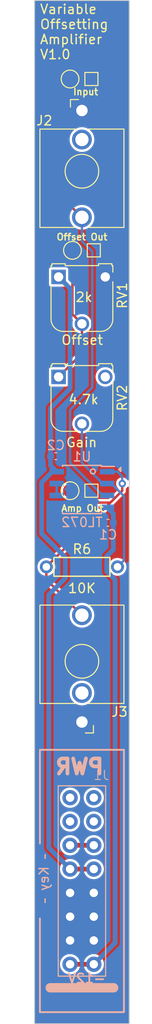
<source format=kicad_pcb>
(kicad_pcb (version 20221018) (generator pcbnew)
  (layers (0 "F.Cu" signal) (31 "B.Cu" signal) (34 "B.Paste" user) (35 "F.Paste" user) (36 "B.SilkS" user "B.Silkscreen") (37 "F.SilkS" user "F.Silkscreen") (38 "B.Mask" user) (39 "F.Mask" user) (44 "Edge.Cuts" user))
  (net 0 "")
  (net 1 "GND")
  (net 2 "-12V")
  (net 3 "+12V")
  (net 6 "+5V")
  (net 11 "Net-(U1A--)")
  (net 13 "Net-(U1B--)")
  (net 14 "3.3V_Out")
  (net 15 "Amp_Out")
  (net 16 "V_Div_Out")
  (footprint "TestPoint:TestPoint_Pad_1.0x1.0mm" (layer "F.Cu") (at 56.896 77.724)
    (fp_text reference "J7" hide)
    (fp_text value "debug_pin_GND")
    (fp_line (start -0.7 -0.7) (end 0.7 -0.7) (stroke (width 0.12)) (layer "F.SilkS"))
    (fp_line (start -0.7 0.7) (end -0.7 -0.7) (stroke (width 0.12)) (layer "F.SilkS"))
    (fp_line (start 0.7 -0.7) (end 0.7 0.7) (stroke (width 0.12)) (layer "F.SilkS"))
    (fp_line (start 0.7 0.7) (end -0.7 0.7) (stroke (width 0.12)) (layer "F.SilkS"))
    (pad "1" smd rect (at 0 0) (size 1 1) (layers "F.Cu" "F.Mask") (net 1 "GND"))
  )
  (footprint "Connector_Audio:Jack_3.5mm_QingPu_WQP-PJ398SM_Vertical_CircularHoles" (layer "F.Cu") (at 55.88 37.146)
    (fp_text reference "J2" (at -4.03 1.08 180) (layer "F.SilkS"))
    (fp_text value "IN")
    (fp_line (start -4.5 1.98) (end -4.5 12.48) (stroke (width 0.12)) (layer "F.SilkS"))
    (fp_line (start -1.23 -1.17) (end -1.23 -0.37) (stroke (width 0.12)) (layer "F.SilkS"))
    (fp_line (start -1.23 -1.17) (end -0.37 -1.17) (stroke (width 0.12)) (layer "F.SilkS"))
    (fp_line (start -0.8 12.48) (end -4.5 12.48) (stroke (width 0.12)) (layer "F.SilkS"))
    (fp_line (start -0.72 1.98) (end -4.5 1.98) (stroke (width 0.12)) (layer "F.SilkS"))
    (fp_line (start 4.5 1.98) (end 0.72 1.98) (stroke (width 0.12)) (layer "F.SilkS"))
    (fp_line (start 4.5 1.98) (end 4.5 12.48) (stroke (width 0.12)) (layer "F.SilkS"))
    (fp_line (start 4.5 12.48) (end 0.8 12.48) (stroke (width 0.12)) (layer "F.SilkS"))
    (fp_circle (center 0 6.48) (end 1.8 6.48) (stroke (width 0.12)) (fill none) (layer "F.SilkS"))
    (pad "S" thru_hole rect (at 0 0 180) (size 1.93 1.83) (drill 1.22) (layers "*.Cu" "*.Mask") (net 1 "GND"))
    (pad "T" thru_hole circle (at 0 11.4 180) (size 2.13 2.13) (drill 1.43) (layers "*.Cu" "*.Mask") (net 14 "3.3V_Out"))
    (pad "TN" thru_hole circle (at 0 3.1 180) (size 2.13 2.13) (drill 1.42) (layers "*.Cu" "*.Mask"))
    (zone (net 0) (net_name "") (layer "F.Cu") (connect_pads (clearance 0)) (min_thickness 0.254)
      (keepout (tracks not_allowed) (vias not_allowed) (pads not_allowed) (copperpour not_allowed) (footprints not_allowed))
      (fill (thermal_gap 0.508) (thermal_bridge_width 0.508))
      (polygon (pts (xy 57.385141 43.626) (xy 57.36493 43.380171) (xy 57.304841 43.140945) (xy 57.206486 42.914744) (xy 57.072508 42.707645) (xy 56.906504 42.52521) (xy 56.712932 42.372336) (xy 56.496992 42.253131) (xy 56.264482 42.170794) (xy 56.021646 42.127539) (xy 55.775007 42.124525) (xy 55.531187 42.161835) (xy 55.296734 42.238466) (xy 55.077946 42.35236) (xy 54.880697 42.500458) (xy 54.710286 42.678784) (xy 54.571288 42.882548) (xy 54.467436 43.106278) (xy 54.401519 43.343965) (xy 54.375308 43.589226) (xy 54.389507 43.835475) (xy 54.443734 44.076099) (xy 54.536532 44.304634) (xy 54.665411 44.514945) (xy 54.826908 44.701382) (xy 55.016687 44.858939) (xy 55.22965 44.983385) (xy 55.460079 45.071377) (xy 55.701785 45.120553) (xy 55.948278 45.129592) (xy 56.192936 45.09825) (xy 56.429191 45.02737) (xy 56.650697 44.918856) (xy 56.851505 44.775621) (xy 57.026223 44.601512) (xy 57.170158 44.401205) (xy 57.279445 44.180079) (xy 57.351149 43.944074) (xy 57.383344 43.699526)))
    )
  )
  (footprint "Connector_Audio:Jack_3.5mm_QingPu_WQP-PJ398SM_Vertical_CircularHoles" (layer "F.Cu") (at 55.88 102.414 180)
    (fp_text reference "J3" (at -4.03 1.08) (layer "F.SilkS"))
    (fp_text value "OUT")
    (fp_line (start -4.5 1.98) (end -4.5 12.48) (stroke (width 0.12)) (layer "F.SilkS"))
    (fp_line (start -1.23 -1.17) (end -1.23 -0.37) (stroke (width 0.12)) (layer "F.SilkS"))
    (fp_line (start -1.23 -1.17) (end -0.37 -1.17) (stroke (width 0.12)) (layer "F.SilkS"))
    (fp_line (start -0.8 12.48) (end -4.5 12.48) (stroke (width 0.12)) (layer "F.SilkS"))
    (fp_line (start -0.72 1.98) (end -4.5 1.98) (stroke (width 0.12)) (layer "F.SilkS"))
    (fp_line (start 4.5 1.98) (end 0.72 1.98) (stroke (width 0.12)) (layer "F.SilkS"))
    (fp_line (start 4.5 1.98) (end 4.5 12.48) (stroke (width 0.12)) (layer "F.SilkS"))
    (fp_line (start 4.5 12.48) (end 0.8 12.48) (stroke (width 0.12)) (layer "F.SilkS"))
    (fp_circle (center 0 6.48) (end 1.8 6.48) (stroke (width 0.12)) (fill none) (layer "F.SilkS"))
    (pad "S" thru_hole rect (at 0 0) (size 1.93 1.83) (drill 1.22) (layers "*.Cu" "*.Mask") (net 1 "GND"))
    (pad "T" thru_hole circle (at 0 11.4) (size 2.13 2.13) (drill 1.43) (layers "*.Cu" "*.Mask") (net 15 "Amp_Out"))
    (pad "TN" thru_hole circle (at 0 3.1) (size 2.13 2.13) (drill 1.42) (layers "*.Cu" "*.Mask"))
    (zone (net 0) (net_name "") (layer "F.Cu") (connect_pads (clearance 0)) (min_thickness 0.254)
      (keepout (tracks not_allowed) (vias not_allowed) (pads not_allowed) (copperpour not_allowed) (footprints not_allowed))
      (fill (thermal_gap 0.508) (thermal_bridge_width 0.508))
      (polygon (pts (xy 54.374859 95.934) (xy 54.39507 96.179829) (xy 54.455159 96.419055) (xy 54.553514 96.645256) (xy 54.687492 96.852355) (xy 54.853496 97.03479) (xy 55.047068 97.187664) (xy 55.263008 97.306869) (xy 55.495518 97.389206) (xy 55.738354 97.432461) (xy 55.984993 97.435475) (xy 56.228813 97.398165) (xy 56.463266 97.321534) (xy 56.682054 97.20764) (xy 56.879303 97.059542) (xy 57.049714 96.881216) (xy 57.188712 96.677452) (xy 57.292564 96.453722) (xy 57.358481 96.216035) (xy 57.384692 95.970774) (xy 57.370493 95.724525) (xy 57.316266 95.483901) (xy 57.223468 95.255366) (xy 57.094589 95.045055) (xy 56.933092 94.858618) (xy 56.743313 94.701061) (xy 56.53035 94.576615) (xy 56.299921 94.488623) (xy 56.058215 94.439447) (xy 55.811722 94.430408) (xy 55.567064 94.46175) (xy 55.330809 94.53263) (xy 55.109303 94.641144) (xy 54.908495 94.784379) (xy 54.733777 94.958488) (xy 54.589842 95.158795) (xy 54.480555 95.379921) (xy 54.408851 95.615926) (xy 54.376656 95.860474)))
    )
  )
  (footprint "TestPoint:TestPoint_Pad_1.0x1.0mm" (layer "F.Cu") (at 56.896 33.782)
    (fp_text reference "J9" hide)
    (fp_text value "debug_pin_GND")
    (fp_line (start -0.7 -0.7) (end 0.7 -0.7) (stroke (width 0.12)) (layer "F.SilkS"))
    (fp_line (start -0.7 0.7) (end -0.7 -0.7) (stroke (width 0.12)) (layer "F.SilkS"))
    (fp_line (start 0.7 -0.7) (end 0.7 0.7) (stroke (width 0.12)) (layer "F.SilkS"))
    (fp_line (start 0.7 0.7) (end -0.7 0.7) (stroke (width 0.12)) (layer "F.SilkS"))
    (pad "1" smd rect (at 0 0) (size 1 1) (layers "F.Cu" "F.Mask") (net 1 "GND"))
  )
  (footprint "TestPoint:TestPoint_Pad_D1.5mm" (layer "F.Cu") (at 54.61 77.724)
    (fp_text reference "J6" hide)
    (fp_text value "Debug_pin_Amp_Out")
    (fp_circle (center 0 0) (end 0 0.95) (stroke (width 0.12)) (fill none) (layer "F.SilkS"))
    (pad "1" smd circle (at 0 0) (size 1.5 1.5) (layers "F.Cu" "F.Mask") (net 15 "Amp_Out"))
  )
  (footprint "TestPoint:TestPoint_Pad_1.0x1.0mm" (layer "F.Cu") (at 57.15 52.07 90)
    (fp_text reference "J5" hide)
    (fp_text value "debug_pin_GND")
    (fp_line (start -0.7 -0.7) (end 0.7 -0.7) (stroke (width 0.12)) (layer "F.SilkS"))
    (fp_line (start -0.7 0.7) (end -0.7 -0.7) (stroke (width 0.12)) (layer "F.SilkS"))
    (fp_line (start 0.7 -0.7) (end 0.7 0.7) (stroke (width 0.12)) (layer "F.SilkS"))
    (fp_line (start 0.7 0.7) (end -0.7 0.7) (stroke (width 0.12)) (layer "F.SilkS"))
    (pad "1" smd rect (at 0 0 90) (size 1 1) (layers "F.Cu" "F.Mask") (net 1 "GND"))
  )
  (footprint "TestPoint:TestPoint_Pad_D1.5mm" (layer "F.Cu") (at 54.864 52.07 90)
    (fp_text reference "J4" hide)
    (fp_text value "debug_pin_V_DIV_Out")
    (fp_circle (center 0 0) (end 0 0.95) (stroke (width 0.12)) (fill none) (layer "F.SilkS"))
    (pad "1" smd circle (at 0 0 90) (size 1.5 1.5) (layers "F.Cu" "F.Mask") (net 16 "V_Div_Out"))
  )
  (footprint "PCM_4ms_Resistor:R_Axial_DIN0207_L6.3mm_D2.5mm_P7.62mm_Horizontal" (layer "F.Cu") (at 55.88 85.852 180)
    (fp_text reference "R6" (at 0 1.89) (layer "F.SilkS") (effects (font (size 1.016 1.016) (thickness 0.1524))))
    (fp_text value "10K" (at 0 -2.286) (layer "F.SilkS") (effects (font (size 1.016 1.016) (thickness 0.1524))))
    (fp_line (start -3 -1) (end -3 1) (stroke (width 0.15)) (layer "F.SilkS"))
    (fp_line (start -3 1) (end 3 1) (stroke (width 0.15)) (layer "F.SilkS"))
    (fp_line (start 3 -1) (end -3 -1) (stroke (width 0.15)) (layer "F.SilkS"))
    (fp_line (start 3 1) (end 3 -1) (stroke (width 0.15)) (layer "F.SilkS"))
    (pad "1" thru_hole circle (at -3.81 0 180) (size 1.397 1.397) (drill 0.8128) (layers "*.Cu" "*.Mask") (net 11 "Net-(U1A--)"))
    (pad "2" thru_hole circle (at 3.81 0 180) (size 1.397 1.397) (drill 0.8128) (layers "*.Cu" "*.Mask") (net 15 "Amp_Out"))
  )
  (footprint "Potentiometer_THT:Potentiometer_Runtron_RM-065_Vertical" (layer "F.Cu") (at 53.38 54.91)
    (fp_text reference "RV1" (at 6.818 1.986 90) (layer "F.SilkS"))
    (fp_text value "2K")
    (fp_line (start -0.81 -1.21) (end -0.81 -0.96) (stroke (width 0.12)) (layer "F.SilkS"))
    (fp_line (start -0.81 4.5) (end -0.81 0.96) (stroke (width 0.12)) (layer "F.SilkS"))
    (fp_line (start -0.71 -1.41) (end -0.71 -1.21) (stroke (width 0.12)) (layer "F.SilkS"))
    (fp_line (start -0.71 -1.41) (end 0.71 -1.41) (stroke (width 0.12)) (layer "F.SilkS"))
    (fp_line (start -0.71 -1.21) (end -0.81 -1.21) (stroke (width 0.12)) (layer "F.SilkS"))
    (fp_line (start 0.71 -1.21) (end 0.71 -1.41) (stroke (width 0.12)) (layer "F.SilkS"))
    (fp_line (start 0.71 -1.21) (end 4.29 -1.21) (stroke (width 0.12)) (layer "F.SilkS"))
    (fp_line (start 1.99 5.81) (end 0.5 5.81) (stroke (width 0.12)) (layer "F.SilkS"))
    (fp_line (start 4.29 -1.41) (end 5.71 -1.41) (stroke (width 0.12)) (layer "F.SilkS"))
    (fp_line (start 4.29 -1.21) (end 4.29 -1.41) (stroke (width 0.12)) (layer "F.SilkS"))
    (fp_line (start 4.5 5.81) (end 3.01 5.81) (stroke (width 0.12)) (layer "F.SilkS"))
    (fp_line (start 5.71 -1.41) (end 5.71 -1.21) (stroke (width 0.12)) (layer "F.SilkS"))
    (fp_line (start 5.71 -1.21) (end 5.81 -1.21) (stroke (width 0.12)) (layer "F.SilkS"))
    (fp_line (start 5.81 -1.21) (end 5.81 -0.52) (stroke (width 0.12)) (layer "F.SilkS"))
    (fp_line (start 5.81 0.52) (end 5.81 4.5) (stroke (width 0.12)) (layer "F.SilkS"))
    (fp_arc (start 0.5 5.81) (mid -0.42631 5.42631) (end -0.81 4.5) (stroke (width 0.12)) (layer "F.SilkS"))
    (fp_arc (start 5.81 4.5) (mid 5.42631 5.42631) (end 4.5 5.81) (stroke (width 0.12)) (layer "F.SilkS"))
    (pad "1" thru_hole rect (at 0 0) (size 1.56 1.56) (drill 1) (layers "*.Cu" "*.Mask") (net 3 "+12V"))
    (pad "2" thru_hole circle (at 2.5 5) (size 1.56 1.56) (drill 1) (layers "*.Cu" "*.Mask") (net 16 "V_Div_Out"))
    (pad "3" thru_hole circle (at 5 0) (size 1.56 1.56) (drill 1) (layers "*.Cu" "*.Mask") (net 1 "GND"))
  )
  (footprint "TestPoint:TestPoint_Pad_D1.5mm" (layer "F.Cu") (at 54.61 33.782)
    (fp_text reference "J8" hide)
    (fp_text value "debug_pin_3.3V_Out")
    (fp_circle (center 0 0) (end 0 0.95) (stroke (width 0.12)) (fill none) (layer "F.SilkS"))
    (pad "1" smd circle (at 0 0) (size 1.5 1.5) (layers "F.Cu" "F.Mask") (net 14 "3.3V_Out"))
  )
  (footprint "Potentiometer_THT:Potentiometer_Runtron_RM-065_Vertical" (layer "F.Cu") (at 53.38 65.578)
    (fp_text reference "RV2" (at 6.818 2.24 90) (layer "F.SilkS"))
    (fp_text value "4.7K")
    (fp_line (start -0.81 -1.21) (end -0.81 -0.96) (stroke (width 0.12)) (layer "F.SilkS"))
    (fp_line (start -0.81 4.5) (end -0.81 0.96) (stroke (width 0.12)) (layer "F.SilkS"))
    (fp_line (start -0.71 -1.41) (end -0.71 -1.21) (stroke (width 0.12)) (layer "F.SilkS"))
    (fp_line (start -0.71 -1.41) (end 0.71 -1.41) (stroke (width 0.12)) (layer "F.SilkS"))
    (fp_line (start -0.71 -1.21) (end -0.81 -1.21) (stroke (width 0.12)) (layer "F.SilkS"))
    (fp_line (start 0.71 -1.21) (end 0.71 -1.41) (stroke (width 0.12)) (layer "F.SilkS"))
    (fp_line (start 0.71 -1.21) (end 4.29 -1.21) (stroke (width 0.12)) (layer "F.SilkS"))
    (fp_line (start 1.99 5.81) (end 0.5 5.81) (stroke (width 0.12)) (layer "F.SilkS"))
    (fp_line (start 4.29 -1.41) (end 5.71 -1.41) (stroke (width 0.12)) (layer "F.SilkS"))
    (fp_line (start 4.29 -1.21) (end 4.29 -1.41) (stroke (width 0.12)) (layer "F.SilkS"))
    (fp_line (start 4.5 5.81) (end 3.01 5.81) (stroke (width 0.12)) (layer "F.SilkS"))
    (fp_line (start 5.71 -1.41) (end 5.71 -1.21) (stroke (width 0.12)) (layer "F.SilkS"))
    (fp_line (start 5.71 -1.21) (end 5.81 -1.21) (stroke (width 0.12)) (layer "F.SilkS"))
    (fp_line (start 5.81 -1.21) (end 5.81 -0.52) (stroke (width 0.12)) (layer "F.SilkS"))
    (fp_line (start 5.81 0.52) (end 5.81 4.5) (stroke (width 0.12)) (layer "F.SilkS"))
    (fp_arc (start 0.5 5.81) (mid -0.42631 5.42631) (end -0.81 4.5) (stroke (width 0.12)) (layer "F.SilkS"))
    (fp_arc (start 5.81 4.5) (mid 5.42631 5.42631) (end 4.5 5.81) (stroke (width 0.12)) (layer "F.SilkS"))
    (pad "1" thru_hole rect (at 0 0) (size 1.56 1.56) (drill 1) (layers "*.Cu" "*.Mask") (net 16 "V_Div_Out"))
    (pad "2" thru_hole circle (at 2.5 5) (size 1.56 1.56) (drill 1) (layers "*.Cu" "*.Mask") (net 11 "Net-(U1A--)"))
    (pad "3" thru_hole circle (at 5 0) (size 1.56 1.56) (drill 1) (layers "*.Cu" "*.Mask"))
  )
  (footprint "PCM_4ms_Connector:Pins_2x08_2.54mm_TH_EuroPower_Shrouded" (layer "B.Cu") (at 55.88 119.38 180)
    (fp_text reference "J1" (at -3 10.7) (layer "B.SilkS") (effects (font (thickness 0.1016)) (justify left bottom mirror)))
    (fp_text value "PWR" (at 0.254 12.192) (layer "B.SilkS") (effects (font (size 1.6 1.6) (thickness 0.4)) (justify mirror)))
    (fp_text user "– Key –" (at 4.064 0.254 90) (layer "B.SilkS") (effects (justify mirror)))
    (fp_text user "-12V" (at -0.508 -10.414) (layer "B.SilkS") (effects (font (thickness 0.2)) (justify mirror)))
    (fp_line (start -4.5 -14) (end 4.5 -14) (stroke (width 0.2)) (layer "B.SilkS"))
    (fp_line (start -4.5 14) (end -4.5 -14) (stroke (width 0.2)) (layer "B.SilkS"))
    (fp_line (start -4.5 14) (end 4.5 14) (stroke (width 0.2)) (layer "B.SilkS"))
    (fp_line (start -3.4 -11.4) (end 3.4 -11.4) (stroke (width 1)) (layer "B.SilkS"))
    (fp_line (start -2.54 -7.62) (end -2.54 -10.16) (stroke (width 0.127)) (layer "B.SilkS"))
    (fp_line (start -2.54 -5.08) (end -2.54 -7.62) (stroke (width 0.127)) (layer "B.SilkS"))
    (fp_line (start -2.54 -2.54) (end -2.54 -5.08) (stroke (width 0.127)) (layer "B.SilkS"))
    (fp_line (start -2.54 0) (end -2.54 -2.54) (stroke (width 0.127)) (layer "B.SilkS"))
    (fp_line (start -2.54 2.54) (end -2.54 0) (stroke (width 0.127)) (layer "B.SilkS"))
    (fp_line (start -2.54 5.08) (end -2.54 2.54) (stroke (width 0.127)) (layer "B.SilkS"))
    (fp_line (start -2.54 7.62) (end -2.54 5.08) (stroke (width 0.127)) (layer "B.SilkS"))
    (fp_line (start -2.54 10.16) (end -2.54 7.62) (stroke (width 0.127)) (layer "B.SilkS"))
    (fp_line (start 0 -10.16) (end -2.54 -10.16) (stroke (width 0.127)) (layer "B.SilkS"))
    (fp_line (start 0 10.16) (end -2.54 10.16) (stroke (width 0.127)) (layer "B.SilkS"))
    (fp_line (start 2.54 -10.16) (end 0 -10.16) (stroke (width 0.127)) (layer "B.SilkS"))
    (fp_line (start 2.54 -10.16) (end 2.54 -7.62) (stroke (width 0.127)) (layer "B.SilkS"))
    (fp_line (start 2.54 -7.62) (end 2.54 -5.08) (stroke (width 0.127)) (layer "B.SilkS"))
    (fp_line (start 2.54 -5.08) (end 2.54 -2.54) (stroke (width 0.127)) (layer "B.SilkS"))
    (fp_line (start 2.54 -2.54) (end 2.54 0) (stroke (width 0.127)) (layer "B.SilkS"))
    (fp_line (start 2.54 0) (end 2.54 2.54) (stroke (width 0.127)) (layer "B.SilkS"))
    (fp_line (start 2.54 2.54) (end 2.54 5.08) (stroke (width 0.127)) (layer "B.SilkS"))
    (fp_line (start 2.54 5.08) (end 2.54 7.62) (stroke (width 0.127)) (layer "B.SilkS"))
    (fp_line (start 2.54 7.62) (end 2.54 10.16) (stroke (width 0.127)) (layer "B.SilkS"))
    (fp_line (start 2.54 10.16) (end 0 10.16) (stroke (width 0.127)) (layer "B.SilkS"))
    (fp_line (start 4.5 -4) (end 4.5 -14) (stroke (width 0.2)) (layer "B.SilkS"))
    (fp_line (start 4.5 14) (end 4.5 4) (stroke (width 0.2)) (layer "B.SilkS"))
    (pad "1" thru_hole circle (at -1.27 8.89 180) (size 1.651 1.651) (drill 0.9) (layers "*.Cu" "*.Mask"))
    (pad "2" thru_hole circle (at 1.27 8.89 180) (size 1.651 1.651) (drill 0.9) (layers "*.Cu" "*.Mask"))
    (pad "3" thru_hole circle (at -1.27 6.35 180) (size 1.651 1.651) (drill 0.9) (layers "*.Cu" "*.Mask"))
    (pad "4" thru_hole circle (at 1.27 6.35 180) (size 1.651 1.651) (drill 0.9) (layers "*.Cu" "*.Mask"))
    (pad "5" thru_hole circle (at -1.27 3.81 180) (size 1.651 1.651) (drill 0.9) (layers "*.Cu" "*.Mask") (net 6 "+5V"))
    (pad "6" thru_hole circle (at 1.27 3.81 180) (size 1.651 1.651) (drill 0.9) (layers "*.Cu" "*.Mask") (net 6 "+5V"))
    (pad "7" thru_hole circle (at -1.27 1.27 180) (size 1.651 1.651) (drill 0.9) (layers "*.Cu" "*.Mask") (net 3 "+12V"))
    (pad "8" thru_hole circle (at 1.27 1.27 180) (size 1.651 1.651) (drill 0.9) (layers "*.Cu" "*.Mask") (net 3 "+12V"))
    (pad "9" thru_hole circle (at -1.27 -1.27 180) (size 1.651 1.651) (drill 0.9) (layers "*.Cu" "*.Mask") (net 1 "GND"))
    (pad "10" thru_hole circle (at 1.27 -1.27 180) (size 1.651 1.651) (drill 0.9) (layers "*.Cu" "*.Mask") (net 1 "GND"))
    (pad "11" thru_hole circle (at -1.27 -3.81 180) (size 1.651 1.651) (drill 0.9) (layers "*.Cu" "*.Mask") (net 1 "GND"))
    (pad "12" thru_hole circle (at 1.27 -3.81 180) (size 1.651 1.651) (drill 0.9) (layers "*.Cu" "*.Mask") (net 1 "GND"))
    (pad "13" thru_hole circle (at -1.27 -6.35 180) (size 1.651 1.651) (drill 0.9) (layers "*.Cu" "*.Mask") (net 1 "GND"))
    (pad "14" thru_hole circle (at 1.27 -6.35 180) (size 1.651 1.651) (drill 0.9) (layers "*.Cu" "*.Mask") (net 1 "GND"))
    (pad "15" thru_hole circle (at -1.27 -8.89 180) (size 1.651 1.651) (drill 0.9) (layers "*.Cu" "*.Mask") (net 2 "-12V"))
    (pad "16" thru_hole circle (at 1.27 -8.89 180) (size 1.651 1.651) (drill 0.9) (layers "*.Cu" "*.Mask") (net 2 "-12V"))
  )
  (footprint "Capacitor_SMD:C_0402_1005Metric_Pad0.74x0.62mm_HandSolder" (layer "B.Cu") (at 53.086 74.041 180)
    (fp_text reference "C2" (at 0 1.16) (layer "B.SilkS") (effects (justify mirror)))
    (fp_text value "100nf")
    (fp_line (start -0.115835 -0.36) (end 0.115835 -0.36) (stroke (width 0.12)) (layer "B.SilkS"))
    (fp_line (start -0.115835 0.36) (end 0.115835 0.36) (stroke (width 0.12)) (layer "B.SilkS"))
    (pad "1" smd roundrect (at -0.5675 0 180) (size 0.735 0.62) (layers "B.Cu" "B.Paste" "B.Mask") (net 1 "GND"))
    (pad "2" smd roundrect (at 0.5675 0 180) (size 0.735 0.62) (layers "B.Cu" "B.Paste" "B.Mask") (net 3 "+12V"))
  )
  (footprint "PCM_4ms_Package_SOIC:SOIC-8_3.9x4.9mm_Pitch1.27mm" (layer "B.Cu") (at 55.88 77.597 180)
    (fp_text reference "U1" (at 0 3.5) (layer "B.SilkS") (effects (justify mirror)))
    (fp_text value "TL072" (at 0 -3.5) (layer "B.SilkS") (effects (justify mirror)))
    (fp_line (start -4.1656 1.9304) (end -4.1656 2.3368) (stroke (width 0.15)) (layer "B.SilkS"))
    (fp_line (start -4.1656 2.3622) (end -3.937 2.1336) (stroke (width 0.15)) (layer "B.SilkS"))
    (fp_line (start -3.937 2.1336) (end -4.1656 1.9304) (stroke (width 0.15)) (layer "B.SilkS"))
    (fp_line (start -2.075 -2.575) (end -2.075 -2.46) (stroke (width 0.15)) (layer "B.SilkS"))
    (fp_line (start -2.075 -2.575) (end 2.075 -2.575) (stroke (width 0.15)) (layer "B.SilkS"))
    (fp_line (start -2.075 2.46) (end -3.475 2.46) (stroke (width 0.15)) (layer "B.SilkS"))
    (fp_line (start -2.075 2.575) (end -2.075 2.46) (stroke (width 0.15)) (layer "B.SilkS"))
    (fp_line (start -2.075 2.575) (end 2.075 2.575) (stroke (width 0.15)) (layer "B.SilkS"))
    (fp_line (start 2.075 -2.575) (end 2.075 -2.46) (stroke (width 0.15)) (layer "B.SilkS"))
    (fp_line (start 2.075 2.575) (end 2.075 2.46) (stroke (width 0.15)) (layer "B.SilkS"))
    (fp_circle (center -1.1684 1.9304) (end -0.9398 1.8034) (stroke (width 0.15)) (fill none) (layer "B.SilkS"))
    (pad "1" smd rect (at -2.7 1.905 180) (size 1.55 0.6) (layers "B.Cu" "B.Paste" "B.Mask") (net 15 "Amp_Out"))
    (pad "2" smd rect (at -2.7 0.635 180) (size 1.55 0.6) (layers "B.Cu" "B.Paste" "B.Mask") (net 11 "Net-(U1A--)"))
    (pad "3" smd rect (at -2.7 -0.635 180) (size 1.55 0.6) (layers "B.Cu" "B.Paste" "B.Mask") (net 14 "3.3V_Out"))
    (pad "4" smd rect (at -2.7 -1.905 180) (size 1.55 0.6) (layers "B.Cu" "B.Paste" "B.Mask") (net 2 "-12V"))
    (pad "5" smd rect (at 2.7 -1.905 180) (size 1.55 0.6) (layers "B.Cu" "B.Paste" "B.Mask") (net 1 "GND"))
    (pad "6" smd rect (at 2.7 -0.635 180) (size 1.55 0.6) (layers "B.Cu" "B.Paste" "B.Mask") (net 13 "Net-(U1B--)"))
    (pad "7" smd rect (at 2.7 0.635 180) (size 1.55 0.6) (layers "B.Cu" "B.Paste" "B.Mask") (net 13 "Net-(U1B--)"))
    (pad "8" smd rect (at 2.7 1.905 180) (size 1.55 0.6) (layers "B.Cu" "B.Paste" "B.Mask") (net 3 "+12V"))
  )
  (footprint "Capacitor_SMD:C_0402_1005Metric_Pad0.74x0.62mm_HandSolder" (layer "B.Cu") (at 58.674 81.153 180)
    (fp_text reference "C1" (at 0 -1.27) (layer "B.SilkS") (effects (justify mirror)))
    (fp_text value "100nf")
    (fp_line (start -0.115835 -0.36) (end 0.115835 -0.36) (stroke (width 0.12)) (layer "B.SilkS"))
    (fp_line (start -0.115835 0.36) (end 0.115835 0.36) (stroke (width 0.12)) (layer "B.SilkS"))
    (pad "1" smd roundrect (at -0.5675 0 180) (size 0.735 0.62) (layers "B.Cu" "B.Paste" "B.Mask") (net 2 "-12V"))
    (pad "2" smd roundrect (at 0.5675 0 180) (size 0.735 0.62) (layers "B.Cu" "B.Paste" "B.Mask") (net 1 "GND"))
  )
  (gr_rect (start 50.8 25.4) (end 60.96 134.62) (stroke (width 0.1)) (fill none) (layer "Edge.Cuts"))
  (gr_text "Variable\nOffsetting \nAmplifier \nV1.0\n" (at 51.308 31.75) (layer "F.SilkS") (effects (font (size 1 1)) (justify left bottom)))
  (gr_text "Offset" (at 53.594 62.23) (layer "F.SilkS") (effects (font (size 1 1)) (justify left bottom)))
  (gr_text "4.7k" (at 54.356 68.58) (layer "F.SilkS") (effects (font (size 1 1)) (justify left bottom)))
  (gr_text "Offset Out" (at 53.086 51.054) (layer "F.SilkS") (effects (font (size 0.7 0.7)) (justify left bottom)))
  (gr_text "Gain" (at 54.102 73.152) (layer "F.SilkS") (effects (font (size 1 1)) (justify left bottom)))
  (gr_text "2k" (at 55.118 57.658) (layer "F.SilkS") (effects (font (size 1 1)) (justify left bottom)))
  (gr_text "Input" (at 54.864 35.56) (layer "F.SilkS") (effects (font (size 0.7 0.7)) (justify left bottom)))
  (gr_text "Amp Out" (at 53.594 80.01) (layer "F.SilkS") (effects (font (size 0.7 0.7)) (justify left bottom)))
  (segment (start 54.61 128.27) (end 57.15 128.27) (width 0.508) (layer "F.Cu") (net 2))
  (segment (start 58.5375 86.329382) (end 59.436 87.227882) (width 0.508) (layer "B.Cu") (net 2))
  (segment (start 59.2415 81.153) (end 59.2415 84.0145) (width 0.508) (layer "B.Cu") (net 2))
  (segment (start 59.436 125.984) (end 57.15 128.27) (width 0.508) (layer "B.Cu") (net 2))
  (segment (start 59.2415 80.1635) (end 58.58 79.502) (width 0.508) (layer "B.Cu") (net 2))
  (segment (start 59.2415 84.0145) (end 58.5375 84.7185) (width 0.508) (layer "B.Cu") (net 2))
  (segment (start 59.436 87.227882) (end 59.436 125.984) (width 0.508) (layer "B.Cu") (net 2))
  (segment (start 59.2415 81.153) (end 59.2415 80.1635) (width 0.508) (layer "B.Cu") (net 2))
  (segment (start 58.5375 84.7185) (end 58.5375 86.329382) (width 0.508) (layer "B.Cu") (net 2))
  (segment (start 54.61 118.11) (end 57.15 118.11) (width 0.508) (layer "F.Cu") (net 3))
  (segment (start 51.562 76.835) (end 52.705 75.692) (width 0.508) (layer "B.Cu") (net 3))
  (segment (start 54.61 118.11) (end 52.324 115.824) (width 0.508) (layer "B.Cu") (net 3))
  (segment (start 54.614 56.144) (end 54.614 66.812) (width 0.508) (layer "B.Cu") (net 3))
  (segment (start 54.102 84.836) (end 51.562 82.296) (width 0.508) (layer "B.Cu") (net 3))
  (segment (start 54.614 66.812) (end 52.5185 68.9075) (width 0.508) (layer "B.Cu") (net 3))
  (segment (start 52.5185 74.041) (end 52.5185 75.0305) (width 0.508) (layer "B.Cu") (net 3))
  (segment (start 54.102 87.047941) (end 54.102 84.836) (width 0.508) (layer "B.Cu") (net 3))
  (segment (start 52.324 88.825941) (end 54.102 87.047941) (width 0.508) (layer "B.Cu") (net 3))
  (segment (start 51.562 82.296) (end 51.562 76.835) (width 0.508) (layer "B.Cu") (net 3))
  (segment (start 52.324 115.824) (end 52.324 88.825941) (width 0.508) (layer "B.Cu") (net 3))
  (segment (start 52.705 75.692) (end 53.18 75.692) (width 0.508) (layer "B.Cu") (net 3))
  (segment (start 53.38 54.91) (end 54.614 56.144) (width 0.508) (layer "B.Cu") (net 3))
  (segment (start 52.5185 68.9075) (end 52.5185 74.041) (width 0.508) (layer "B.Cu") (net 3))
  (segment (start 52.5185 75.0305) (end 53.18 75.692) (width 0.508) (layer "B.Cu") (net 3))
  (segment (start 54.61 115.57) (end 57.15 115.57) (width 0.508) (layer "F.Cu") (net 6))
  (segment (start 59.69 85.852) (end 60.3885 85.1535) (width 0.254) (layer "B.Cu") (net 11))
  (segment (start 60.3885 78.3115) (end 59.039 76.962) (width 0.254) (layer "B.Cu") (net 11))
  (segment (start 58.58 76.962) (end 58.105 76.962) (width 0.254) (layer "B.Cu") (net 11))
  (segment (start 55.88 74.737) (end 55.88 70.578) (width 0.254) (layer "B.Cu") (net 11))
  (segment (start 60.3885 85.1535) (end 60.3885 78.3115) (width 0.254) (layer "B.Cu") (net 11))
  (segment (start 58.105 76.962) (end 55.88 74.737) (width 0.254) (layer "B.Cu") (net 11))
  (segment (start 59.039 76.962) (end 58.58 76.962) (width 0.254) (layer "B.Cu") (net 11))
  (segment (start 53.18 76.962) (end 53.18 78.232) (width 0.254) (layer "B.Cu") (net 13))
  (segment (start 53.86 46.526) (end 55.88 48.546) (width 0.254) (layer "F.Cu") (net 14))
  (segment (start 54.61 33.782) (end 53.86 34.532) (width 0.254) (layer "F.Cu") (net 14))
  (segment (start 53.86 34.532) (end 53.86 46.526) (width 0.254) (layer "F.Cu") (net 14))
  (segment (start 54.61 69.088) (end 54.61 74.737) (width 0.254) (layer "B.Cu") (net 14))
  (segment (start 58.105 78.232) (end 58.58 78.232) (width 0.254) (layer "B.Cu") (net 14))
  (segment (start 56.987 66.711) (end 54.61 69.088) (width 0.254) (layer "B.Cu") (net 14))
  (segment (start 54.61 74.737) (end 58.105 78.232) (width 0.254) (layer "B.Cu") (net 14))
  (segment (start 55.88 51.086) (end 56.987 52.193) (width 0.254) (layer "B.Cu") (net 14))
  (segment (start 56.987 52.193) (end 56.987 66.711) (width 0.254) (layer "B.Cu") (net 14))
  (segment (start 55.88 48.546) (end 55.88 51.086) (width 0.254) (layer "B.Cu") (net 14))
  (segment (start 52.07 85.852) (end 52.07 87.204) (width 0.254) (layer "F.Cu") (net 15))
  (segment (start 58.928 78.994) (end 60.198 77.724) (width 0.254) (layer "F.Cu") (net 15))
  (segment (start 60.198 77.724) (end 60.198 76.962) (width 0.254) (layer "F.Cu") (net 15))
  (segment (start 55.88 78.994) (end 58.928 78.994) (width 0.254) (layer "F.Cu") (net 15))
  (segment (start 54.61 77.724) (end 55.88 78.994) (width 0.254) (layer "F.Cu") (net 15))
  (segment (start 52.07 85.852) (end 60.198 77.724) (width 0.254) (layer "F.Cu") (net 15))
  (segment (start 52.07 87.204) (end 55.88 91.014) (width 0.254) (layer "F.Cu") (net 15))
  (via (at 60.198 76.962) (size 0.8) (drill 0.4) (layers "F.Cu" "B.Cu") (net 15))
  (segment (start 60.198 76.2) (end 59.69 75.692) (width 0.254) (layer "B.Cu") (net 15))
  (segment (start 59.69 75.692) (end 58.58 75.692) (width 0.254) (layer "B.Cu") (net 15))
  (segment (start 60.198 76.962) (end 60.198 76.2) (width 0.254) (layer "B.Cu") (net 15))
  (segment (start 59.055 75.692) (end 58.58 75.692) (width 0.254) (layer "B.Cu") (net 15))
  (segment (start 54.864 52.07) (end 54.864 58.894) (width 0.254) (layer "F.Cu") (net 16))
  (segment (start 54.864 58.894) (end 55.88 59.91) (width 0.254) (layer "F.Cu") (net 16))
  (segment (start 55.88 63.078) (end 53.38 65.578) (width 0.254) (layer "F.Cu") (net 16))
  (segment (start 55.88 59.91) (end 55.88 63.078) (width 0.254) (layer "F.Cu") (net 16))
  (zone (net 1) (net_name "GND") (layers "F&B.Cu") (connect_pads yes (clearance 0.254)) (min_thickness 0.25) (fill yes (thermal_gap 0.5) (thermal_bridge_width 0.5))
    (polygon (pts (xy 50.8 134.62) (xy 60.96 134.62) (xy 60.96 25.4) (xy 50.8 25.4)))
  )
)
</source>
